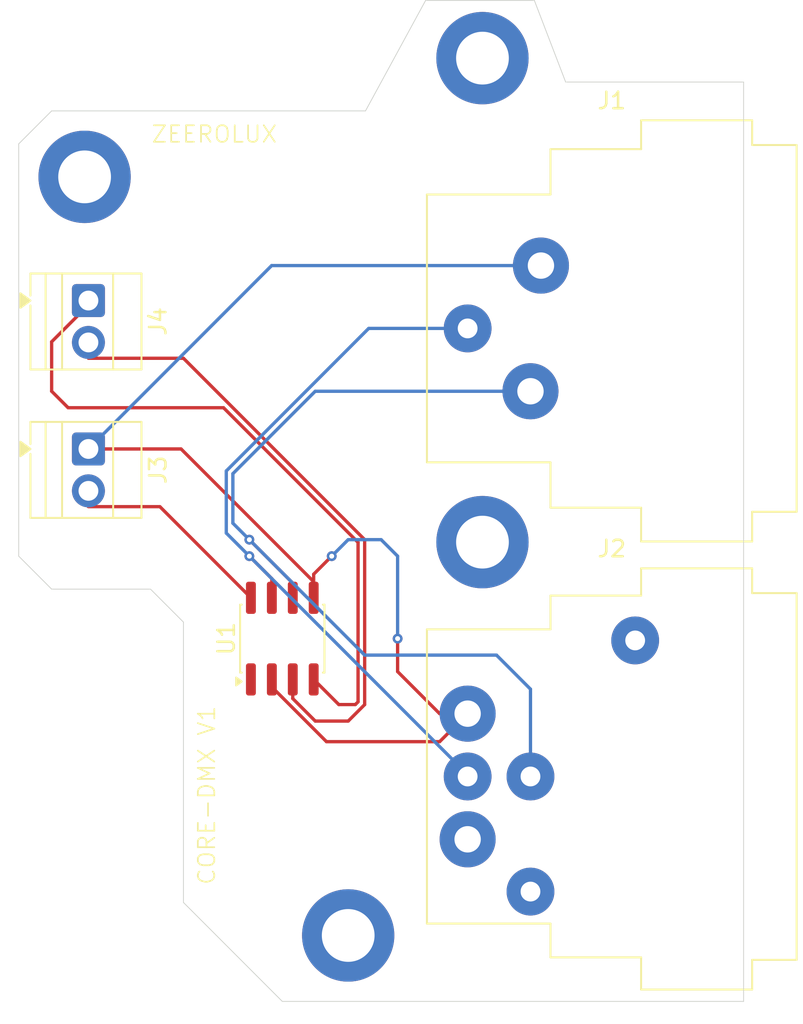
<source format=kicad_pcb>
(kicad_pcb (version 20241229) (generator "pcbnew") (generator_version "9.0")
  (layers (0 "F.Cu" signal) (2 "B.Cu" signal) (13 "F.Paste" user) (15 "B.Paste" user) (5 "F.SilkS" user "F.Silkscreen") (7 "B.SilkS" user "B.Silkscreen") (1 "F.Mask" user) (3 "B.Mask" user) (25 "Edge.Cuts" user))
  (net 0 "")
  (net 1 "D+")
  (net 2 "GND")
  (net 3 "D-")
  (net 6 "+5V")
  (net 7 "Din")
  (net 8 "Denable")
  (footprint "Package_SO:SOIC-8_3.9x4.9mm_P1.27mm" (layer "F.Cu") (at 86 51 90)
    (property "Reference" "U1" (at 0 -3.4 90) (layer "F.SilkS"))
    (property "Value" "MAX485E")
    (fp_line (start 2.06 -2.56) (end 2.06 -2.465) (stroke (width 0.12)) (layer "F.SilkS"))
    (fp_line (start -2.06 -2.56) (end 2.06 -2.56) (stroke (width 0.12)) (layer "F.SilkS"))
    (fp_line (start -2.06 -2.465) (end -2.06 -2.56) (stroke (width 0.12)) (layer "F.SilkS"))
    (fp_line (start 2.06 2.465) (end 2.06 2.56) (stroke (width 0.12)) (layer "F.SilkS"))
    (fp_line (start 2.06 2.56) (end -2.06 2.56) (stroke (width 0.12)) (layer "F.SilkS"))
    (fp_line (start -2.06 2.56) (end -2.06 2.465) (stroke (width 0.12)) (layer "F.SilkS"))
    (fp_poly (pts (xy -2.6 -2.47) (xy -2.84 -2.8) (xy -2.36 -2.8)) (stroke (width 0.12)) (fill yes) (layer "F.SilkS"))
    (pad "1" smd roundrect (at -2.475 -1.905 90) (size 1.95 0.6) (layers "F.Cu" "F.Mask" "F.Paste"))
    (pad "2" smd roundrect (at -2.475 -0.635 90) (size 1.95 0.6) (layers "F.Cu" "F.Mask" "F.Paste") (net 2 "GND"))
    (pad "3" smd roundrect (at -2.475 0.635 90) (size 1.95 0.6) (layers "F.Cu" "F.Mask" "F.Paste") (net 8 "Denable"))
    (pad "4" smd roundrect (at -2.475 1.905 90) (size 1.95 0.6) (layers "F.Cu" "F.Mask" "F.Paste") (net 7 "Din"))
    (pad "5" smd roundrect (at 2.475 1.905 90) (size 1.95 0.6) (layers "F.Cu" "F.Mask" "F.Paste") (net 2 "GND"))
    (pad "6" smd roundrect (at 2.475 0.635 90) (size 1.95 0.6) (layers "F.Cu" "F.Mask" "F.Paste") (net 3 "D-"))
    (pad "7" smd roundrect (at 2.475 -0.635 90) (size 1.95 0.6) (layers "F.Cu" "F.Mask" "F.Paste") (net 1 "D+"))
    (pad "8" smd roundrect (at 2.475 -1.905 90) (size 1.95 0.6) (layers "F.Cu" "F.Mask" "F.Paste") (net 6 "+5V"))
  )
  (footprint "TerminalBlock:TerminalBlock_Xinya_XY308-2.54-2P_1x02_P2.54mm_Horizontal" (layer "F.Cu") (at 74.2325 39.5 -90)
    (property "Reference" "J3" (at 1.27 -4.22 270) (layer "F.SilkS"))
    (property "Value" "Screw_Terminal_01x02")
    (fp_line (start -1.64 3.52) (end -1.64 -3.22) (stroke (width 0.12)) (layer "F.SilkS"))
    (fp_line (start -0.3 3.52) (end -1.64 3.52) (stroke (width 0.12)) (layer "F.SilkS"))
    (fp_line (start 4.18 3.52) (end 0.3 3.52) (stroke (width 0.12)) (layer "F.SilkS"))
    (fp_line (start -1.64 2.6) (end 4.18 2.6) (stroke (width 0.12)) (layer "F.SilkS"))
    (fp_line (start -1.64 1.6) (end 4.18 1.6) (stroke (width 0.12)) (layer "F.SilkS"))
    (fp_line (start -1.64 -1.5) (end 4.18 -1.5) (stroke (width 0.12)) (layer "F.SilkS"))
    (fp_line (start -1.64 -3.22) (end 4.18 -3.22) (stroke (width 0.12)) (layer "F.SilkS"))
    (fp_line (start 4.18 -3.22) (end 4.18 3.52) (stroke (width 0.12)) (layer "F.SilkS"))
    (fp_poly (pts (xy 0 3.52) (xy 0.44 4.13) (xy -0.44 4.13)) (stroke (width 0.12)) (fill yes) (layer "F.SilkS"))
    (pad "1" thru_hole roundrect (at 0 0 270) (size 2 2) (drill 1.2) (layers "*.Cu" "*.Mask") (roundrect_rratio 0.125) (net 2 "GND"))
    (pad "2" thru_hole circle (at 2.54 0 270) (size 2 2) (drill 1.2) (layers "*.Cu" "*.Mask") (net 6 "+5V"))
  )
  (footprint "" (layer "F.Cu") (at 74 23)
    (property "Reference" "" (at 0 0 0) (layer "F.SilkS") (effects (font (size 1.27 1.27))))
    (property "Value" "")
    (pad "1" thru_hole circle (at 0 0) (size 5.6 5.6) (drill 3.2) (layers "*.Cu" "*.Mask"))
  )
  (footprint "TerminalBlock:TerminalBlock_Xinya_XY308-2.54-2P_1x02_P2.54mm_Horizontal" (layer "F.Cu") (at 74.2325 30.5 -90)
    (property "Reference" "J4" (at 1.27 -4.22 270) (layer "F.SilkS"))
    (property "Value" "Screw_Terminal_01x02")
    (fp_line (start -1.64 3.52) (end -1.64 -3.22) (stroke (width 0.12)) (layer "F.SilkS"))
    (fp_line (start -0.3 3.52) (end -1.64 3.52) (stroke (width 0.12)) (layer "F.SilkS"))
    (fp_line (start 4.18 3.52) (end 0.3 3.52) (stroke (width 0.12)) (layer "F.SilkS"))
    (fp_line (start -1.64 2.6) (end 4.18 2.6) (stroke (width 0.12)) (layer "F.SilkS"))
    (fp_line (start -1.64 1.6) (end 4.18 1.6) (stroke (width 0.12)) (layer "F.SilkS"))
    (fp_line (start -1.64 -1.5) (end 4.18 -1.5) (stroke (width 0.12)) (layer "F.SilkS"))
    (fp_line (start -1.64 -3.22) (end 4.18 -3.22) (stroke (width 0.12)) (layer "F.SilkS"))
    (fp_line (start 4.18 -3.22) (end 4.18 3.52) (stroke (width 0.12)) (layer "F.SilkS"))
    (fp_poly (pts (xy 0 3.52) (xy 0.44 4.13) (xy -0.44 4.13)) (stroke (width 0.12)) (fill yes) (layer "F.SilkS"))
    (pad "1" thru_hole roundrect (at 0 0 270) (size 2 2) (drill 1.2) (layers "*.Cu" "*.Mask") (roundrect_rratio 0.125) (net 7 "Din"))
    (pad "2" thru_hole circle (at 2.54 0 270) (size 2 2) (drill 1.2) (layers "*.Cu" "*.Mask") (net 8 "Denable"))
  )
  (footprint "Connector_Audio:Jack_XLR_Neutrik_NC5FAH-0_Horizontal" (layer "F.Cu") (at 97.25 55.55)
    (property "Reference" "J2" (at 8.75 -10 0) (layer "F.SilkS"))
    (property "Value" "XLR5")
    (fp_line (start -2.47 -5.11) (end -2.47 12.73) (stroke (width 0.12)) (layer "F.SilkS"))
    (fp_line (start 5.03 -5.11) (end -2.47 -5.11) (stroke (width 0.12)) (layer "F.SilkS"))
    (fp_line (start 5.03 -5.11) (end 5.03 -7.16) (stroke (width 0.12)) (layer "F.SilkS"))
    (fp_line (start 5.03 12.73) (end -2.47 12.73) (stroke (width 0.12)) (layer "F.SilkS"))
    (fp_line (start 5.03 12.73) (end 5.03 14.78) (stroke (width 0.12)) (layer "F.SilkS"))
    (fp_line (start 10.53 -7.16) (end 5.03 -7.16) (stroke (width 0.12)) (layer "F.SilkS"))
    (fp_line (start 10.53 -7.16) (end 10.53 -8.81) (stroke (width 0.12)) (layer "F.SilkS"))
    (fp_line (start 10.53 14.78) (end 5.03 14.78) (stroke (width 0.12)) (layer "F.SilkS"))
    (fp_line (start 10.53 16.73) (end 10.53 14.78) (stroke (width 0.12)) (layer "F.SilkS"))
    (fp_line (start 17.27 -8.81) (end 10.53 -8.81) (stroke (width 0.12)) (layer "F.SilkS"))
    (fp_line (start 17.27 -8.81) (end 17.27 -7.31) (stroke (width 0.12)) (layer "F.SilkS"))
    (fp_line (start 17.27 -7.31) (end 19.97 -7.31) (stroke (width 0.12)) (layer "F.SilkS"))
    (fp_line (start 17.27 14.93) (end 17.27 16.73) (stroke (width 0.12)) (layer "F.SilkS"))
    (fp_line (start 17.27 14.93) (end 19.97 14.93) (stroke (width 0.12)) (layer "F.SilkS"))
    (fp_line (start 17.27 16.73) (end 10.53 16.73) (stroke (width 0.12)) (layer "F.SilkS"))
    (fp_line (start 19.97 -7.31) (end 19.97 14.93) (stroke (width 0.12)) (layer "F.SilkS"))
    (pad "" np_thru_hole circle (at 8.26 7.62) (size 1.6 1.6) (drill 1.6) (layers "*.Cu" "*.Mask"))
    (pad "" np_thru_hole circle (at 13.34 0) (size 1.6 1.6) (drill 1.6) (layers "*.Cu" "*.Mask"))
    (pad "1" thru_hole circle (at 0 0) (size 3.4 3.4) (drill 1.6) (layers "*.Cu" "*.Mask") (net 2 "GND"))
    (pad "2" thru_hole circle (at 3.815 3.81) (size 2.9 2.9) (drill 1.2) (layers "*.Cu" "*.Mask") (net 3 "D-"))
    (pad "3" thru_hole circle (at 0 3.81) (size 2.9 2.9) (drill 1.2) (layers "*.Cu" "*.Mask") (net 1 "D+"))
    (pad "4" thru_hole circle (at 3.815 10.79) (size 2.9 2.9) (drill 1.2) (layers "*.Cu" "*.Mask"))
    (pad "5" thru_hole circle (at 0 7.62) (size 3.4 3.4) (drill 1.6) (layers "*.Cu" "*.Mask"))
    (pad "G" thru_hole circle (at 10.17 -4.44) (size 2.9 2.9) (drill 1.2) (layers "*.Cu" "*.Mask"))
  )
  (footprint "MountingHole:MountingHole_3.2mm_M3_DIN965_Pad" (layer "F.Cu") (at 90 69)
    (property "Reference" "REF**" (hide yes))
    (property "Value" "MountingHole_3.2mm_M3_DIN965_Pad")
    (pad "1" thru_hole circle (at 0 0) (size 5.6 5.6) (drill 3.2) (layers "*.Cu" "*.Mask"))
  )
  (footprint "" (layer "F.Cu") (at 98.15 15.8)
    (property "Reference" "" (at 0 0 0) (layer "F.SilkS") (effects (font (size 1.27 1.27))))
    (property "Value" "")
    (pad "1" thru_hole circle (at 0 0) (size 5.6 5.6) (drill 3.2) (layers "*.Cu" "*.Mask"))
  )
  (footprint "" (layer "F.Cu") (at 98.15 45.15)
    (property "Reference" "" (at 0 0 0) (layer "F.SilkS") (effects (font (size 1.27 1.27))))
    (property "Value" "")
    (pad "1" thru_hole circle (at 0 0) (size 5.6 5.6) (drill 3.2) (layers "*.Cu" "*.Mask"))
  )
  (footprint "Connector_Audio:Jack_XLR_Neutrik_NC3FAH-0_Horizontal" (layer "F.Cu") (at 101.7 28.38)
    (property "Reference" "J1" (at 4.3 -10 0) (layer "F.SilkS"))
    (property "Value" "XLR3")
    (fp_line (start -6.92 -4.31) (end -6.92 11.93) (stroke (width 0.12)) (layer "F.SilkS"))
    (fp_line (start 0.58 -7.06) (end 0.58 -4.31) (stroke (width 0.12)) (layer "F.SilkS"))
    (fp_line (start 0.58 -4.31) (end -6.92 -4.31) (stroke (width 0.12)) (layer "F.SilkS"))
    (fp_line (start 0.58 11.93) (end -6.92 11.93) (stroke (width 0.12)) (layer "F.SilkS"))
    (fp_line (start 0.58 11.93) (end 0.58 14.68) (stroke (width 0.12)) (layer "F.SilkS"))
    (fp_line (start 6.08 -7.06) (end 0.58 -7.06) (stroke (width 0.12)) (layer "F.SilkS"))
    (fp_line (start 6.08 -7.06) (end 6.08 -8.81) (stroke (width 0.12)) (layer "F.SilkS"))
    (fp_line (start 6.08 14.68) (end 0.58 14.68) (stroke (width 0.12)) (layer "F.SilkS"))
    (fp_line (start 6.08 16.73) (end 6.08 14.68) (stroke (width 0.12)) (layer "F.SilkS"))
    (fp_line (start 12.82 -8.81) (end 6.08 -8.81) (stroke (width 0.12)) (layer "F.SilkS"))
    (fp_line (start 12.82 -8.81) (end 12.82 -7.31) (stroke (width 0.12)) (layer "F.SilkS"))
    (fp_line (start 12.82 -7.31) (end 15.52 -7.31) (stroke (width 0.12)) (layer "F.SilkS"))
    (fp_line (start 12.82 14.93) (end 12.82 16.73) (stroke (width 0.12)) (layer "F.SilkS"))
    (fp_line (start 12.82 14.93) (end 15.52 14.93) (stroke (width 0.12)) (layer "F.SilkS"))
    (fp_line (start 12.82 16.73) (end 6.08 16.73) (stroke (width 0.12)) (layer "F.SilkS"))
    (fp_line (start 15.52 -7.31) (end 15.52 14.93) (stroke (width 0.12)) (layer "F.SilkS"))
    (pad "" np_thru_hole circle (at 3.81 7.62) (size 1.6 1.6) (drill 1.6) (layers "*.Cu" "*.Mask"))
    (pad "" np_thru_hole circle (at 8.89 0) (size 1.6 1.6) (drill 1.6) (layers "*.Cu" "*.Mask"))
    (pad "1" thru_hole circle (at 0 0) (size 3.4 3.4) (drill 1.6) (layers "*.Cu" "*.Mask") (net 2 "GND"))
    (pad "2" thru_hole circle (at -0.635 7.62) (size 3.4 3.4) (drill 1.6) (layers "*.Cu" "*.Mask") (net 3 "D-"))
    (pad "3" thru_hole circle (at -4.45 3.81) (size 2.9 2.9) (drill 1.2) (layers "*.Cu" "*.Mask") (net 1 "D+"))
  )
  (gr_line (start 86 73) (end 80 67) (stroke (width 0.05)) (layer "Edge.Cuts"))
  (gr_line (start 72 48) (end 70 46) (stroke (width 0.05)) (layer "Edge.Cuts"))
  (gr_line (start 70 21) (end 72 19) (stroke (width 0.05)) (layer "Edge.Cuts"))
  (gr_line (start 94.7 12.3) (end 101.3 12.3) (stroke (width 0.05)) (layer "Edge.Cuts"))
  (gr_line (start 72 19) (end 91.05 19) (stroke (width 0.05)) (layer "Edge.Cuts"))
  (gr_line (start 78 48) (end 72 48) (stroke (width 0.05)) (layer "Edge.Cuts"))
  (gr_line (start 70 46) (end 70 21) (stroke (width 0.05)) (layer "Edge.Cuts"))
  (gr_line (start 114 17.25) (end 114 73) (stroke (width 0.05)) (layer "Edge.Cuts"))
  (gr_line (start 91.05 19) (end 94.7 12.3) (stroke (width 0.05)) (layer "Edge.Cuts"))
  (gr_line (start 103.2 17.25) (end 114 17.25) (stroke (width 0.05)) (layer "Edge.Cuts"))
  (gr_line (start 103.2 17.25) (end 101.3 12.3) (stroke (width 0.05)) (layer "Edge.Cuts"))
  (gr_line (start 114 73) (end 86 73) (stroke (width 0.05)) (layer "Edge.Cuts"))
  (gr_line (start 80 67) (end 80 50) (stroke (width 0.05)) (layer "Edge.Cuts"))
  (gr_line (start 80 50) (end 78 48) (stroke (width 0.05)) (layer "Edge.Cuts"))
  (gr_text "ZEEROLUX" (at 78 21 0) (layer "F.SilkS") (effects (font (size 1 1) (thickness 0.1)) (justify left bottom)))
  (gr_text "CORE-DMX V1" (at 82 66 90) (layer "F.SilkS") (effects (font (size 1 1) (thickness 0.1)) (justify left bottom)))
  (segment (start 85.365 48.525) (end 85.365 47.365) (width 0.2) (layer "F.Cu") (net 1))
  (segment (start 85.365 47.365) (end 84 46) (width 0.2) (layer "F.Cu") (net 1))
  (via (at 84 46) (size 0.6) (drill 0.3) (layers "F.Cu" "B.Cu") (net 1))
  (segment (start 91.2429 32.19) (end 97.25 32.19) (width 0.2) (layer "B.Cu") (net 1))
  (segment (start 97.25 59.36) (end 97.25 59.25) (width 0.2) (layer "B.Cu") (net 1))
  (segment (start 97.25 59.25) (end 84 46) (width 0.2) (layer "B.Cu") (net 1))
  (segment (start 84 46) (end 82.599 44.599) (width 0.2) (layer "B.Cu") (net 1))
  (segment (start 82.599 40.8339) (end 91.2429 32.19) (width 0.2) (layer "B.Cu") (net 1))
  (segment (start 82.599 44.599) (end 82.599 40.8339) (width 0.2) (layer "B.Cu") (net 1))
  (segment (start 85.365 53.9321) (end 88.6829 57.25) (width 0.2) (layer "F.Cu") (net 2))
  (segment (start 93 51) (end 93 53) (width 0.2) (layer "F.Cu") (net 2))
  (segment (start 79.854999 39.5) (end 74.2325 39.5) (width 0.2) (layer "F.Cu") (net 2))
  (segment (start 87.905 48.525) (end 87.905 47.095) (width 0.2) (layer "F.Cu") (net 2))
  (segment (start 93 53) (end 95.55 55.55) (width 0.2) (layer "F.Cu") (net 2))
  (segment (start 95.55 57.25) (end 97.25 55.55) (width 0.2) (layer "F.Cu") (net 2))
  (segment (start 87.905 48.525) (end 87.905 48.905) (width 0.2) (layer "F.Cu") (net 2))
  (segment (start 87.905 47.550001) (end 79.854999 39.5) (width 0.2) (layer "F.Cu") (net 2))
  (segment (start 85.365 53.475) (end 85.365 53.9321) (width 0.2) (layer "F.Cu") (net 2))
  (segment (start 87.905 47.095) (end 89 46) (width 0.2) (layer "F.Cu") (net 2))
  (segment (start 88.6829 57.25) (end 95.55 57.25) (width 0.2) (layer "F.Cu") (net 2))
  (segment (start 95.55 55.55) (end 97.25 55.55) (width 0.2) (layer "F.Cu") (net 2))
  (segment (start 87.905 48.525) (end 87.905 47.550001) (width 0.2) (layer "F.Cu") (net 2))
  (via (at 93 51) (size 0.6) (drill 0.3) (layers "F.Cu" "B.Cu") (net 2))
  (via (at 89 46) (size 0.6) (drill 0.3) (layers "F.Cu" "B.Cu") (net 2))
  (segment (start 85.3525 28.38) (end 74.2325 39.5) (width 0.2) (layer "B.Cu") (net 2))
  (segment (start 92 45) (end 93 46) (width 0.2) (layer "B.Cu") (net 2))
  (segment (start 93 46) (end 93 51) (width 0.2) (layer "B.Cu") (net 2))
  (segment (start 90 45) (end 92 45) (width 0.2) (layer "B.Cu") (net 2))
  (segment (start 89 46) (end 90 45) (width 0.2) (layer "B.Cu") (net 2))
  (segment (start 101.7 28.38) (end 85.3525 28.38) (width 0.2) (layer "B.Cu") (net 2))
  (segment (start 86.635 47.635) (end 84 45) (width 0.2) (layer "F.Cu") (net 3))
  (segment (start 86.635 48.525) (end 86.635 47.635) (width 0.2) (layer "F.Cu") (net 3))
  (via (at 84 45) (size 0.6) (drill 0.3) (layers "F.Cu" "B.Cu") (net 3))
  (segment (start 101.065 54.065) (end 99 52) (width 0.2) (layer "B.Cu") (net 3))
  (segment (start 88 36) (end 101.065 36) (width 0.2) (layer "B.Cu") (net 3))
  (segment (start 83 44) (end 83 41) (width 0.2) (layer "B.Cu") (net 3))
  (segment (start 91 52) (end 84 45) (width 0.2) (layer "B.Cu") (net 3))
  (segment (start 83 41) (end 88 36) (width 0.2) (layer "B.Cu") (net 3))
  (segment (start 101.065 59.36) (end 101.065 54.065) (width 0.2) (layer "B.Cu") (net 3))
  (segment (start 99 52) (end 91 52) (width 0.2) (layer "B.Cu") (net 3))
  (segment (start 84 45) (end 83 44) (width 0.2) (layer "B.Cu") (net 3))
  (segment (start 78.57 43) (end 74.2325 43) (width 0.2) (layer "F.Cu") (net 6))
  (segment (start 84.095 48.525) (end 78.57 43) (width 0.2) (layer "F.Cu") (net 6))
  (segment (start 82.4329 37) (end 73 37) (width 0.2) (layer "F.Cu") (net 7))
  (segment (start 89.43 55) (end 90.4329 55) (width 0.2) (layer "F.Cu") (net 7))
  (segment (start 90.599 45.1661) (end 82.4329 37) (width 0.2) (layer "F.Cu") (net 7))
  (segment (start 87.905 53.475) (end 89.43 55) (width 0.2) (layer "F.Cu") (net 7))
  (segment (start 90.4329 55) (end 90.599 54.8339) (width 0.2) (layer "F.Cu") (net 7))
  (segment (start 73 37) (end 72 36) (width 0.2) (layer "F.Cu") (net 7))
  (segment (start 72 33) (end 74.2325 30.7675) (width 0.2) (layer "F.Cu") (net 7))
  (segment (start 74.2325 30.7675) (end 74.2325 30.5) (width 0.2) (layer "F.Cu") (net 7))
  (segment (start 90.599 54.8339) (end 90.599 45.1661) (width 0.2) (layer "F.Cu") (net 7))
  (segment (start 72 36) (end 72 33) (width 0.2) (layer "F.Cu") (net 7))
  (segment (start 88 56) (end 90 56) (width 0.2) (layer "F.Cu") (net 8))
  (segment (start 80 34) (end 74.2325 34) (width 0.2) (layer "F.Cu") (net 8))
  (segment (start 90 56) (end 91 55) (width 0.2) (layer "F.Cu") (net 8))
  (segment (start 86.635 53.475) (end 86.635 54.635) (width 0.2) (layer "F.Cu") (net 8))
  (segment (start 91 45) (end 80 34) (width 0.2) (layer "F.Cu") (net 8))
  (segment (start 86.635 54.635) (end 88 56) (width 0.2) (layer "F.Cu") (net 8))
  (segment (start 91 55) (end 91 45) (width 0.2) (layer "F.Cu") (net 8))
)
</source>
